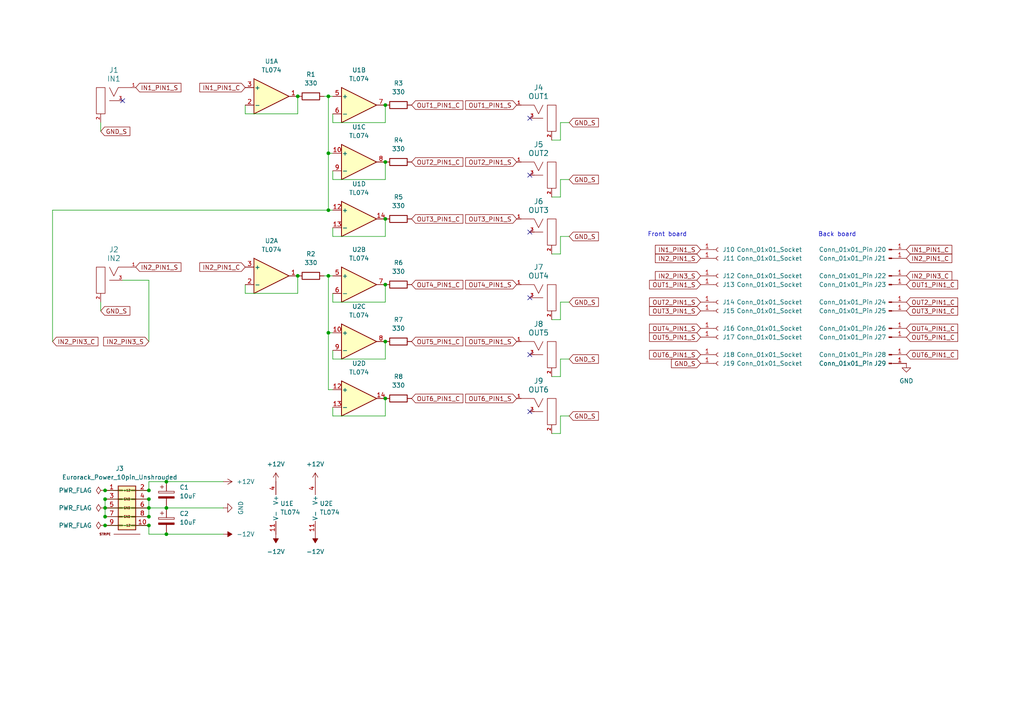
<source format=kicad_sch>
(kicad_sch (version 20231120) (generator "eeschema") (generator_version "8.0")
  (paper "A4")
  (lib_symbols
    (symbol "Amplifier_Operational:TL074" (pin_names (offset 0.127))
      (property "Reference" "U" (at 0 5.08 0))
      (property "Value" "TL074" (at 0 -5.08 0))
      (symbol "TL074_1_1"
        (polyline (pts (xy -5.08 5.08) (xy 5.08 0) (xy -5.08 -5.08) (xy -5.08 5.08)) (stroke (width 0.254)) (fill (type background)))
        (pin output line (at 7.62 0 180) (length 2.54) (name "~") (number "1"))
        (pin input line (at -7.62 -2.54 0) (length 2.54) (name "-") (number "2"))
        (pin input line (at -7.62 2.54 0) (length 2.54) (name "+") (number "3"))
      )
      (symbol "TL074_2_1"
        (polyline (pts (xy -5.08 5.08) (xy 5.08 0) (xy -5.08 -5.08) (xy -5.08 5.08)) (stroke (width 0.254)) (fill (type background)))
        (pin input line (at -7.62 2.54 0) (length 2.54) (name "+") (number "5"))
        (pin input line (at -7.62 -2.54 0) (length 2.54) (name "-") (number "6"))
        (pin output line (at 7.62 0 180) (length 2.54) (name "~") (number "7"))
      )
      (symbol "TL074_3_1"
        (polyline (pts (xy -5.08 5.08) (xy 5.08 0) (xy -5.08 -5.08) (xy -5.08 5.08)) (stroke (width 0.254)) (fill (type background)))
        (pin input line (at -7.62 2.54 0) (length 2.54) (name "+") (number "10"))
        (pin output line (at 7.62 0 180) (length 2.54) (name "~") (number "8"))
        (pin input line (at -7.62 -2.54 0) (length 2.54) (name "-") (number "9"))
      )
      (symbol "TL074_4_1"
        (polyline (pts (xy -5.08 5.08) (xy 5.08 0) (xy -5.08 -5.08) (xy -5.08 5.08)) (stroke (width 0.254)) (fill (type background)))
        (pin input line (at -7.62 2.54 0) (length 2.54) (name "+") (number "12"))
        (pin input line (at -7.62 -2.54 0) (length 2.54) (name "-") (number "13"))
        (pin output line (at 7.62 0 180) (length 2.54) (name "~") (number "14"))
      )
      (symbol "TL074_5_1"
        (pin power_in line (at -2.54 -7.62 90) (length 3.81) (name "V-") (number "11"))
        (pin power_in line (at -2.54 7.62 270) (length 3.81) (name "V+") (number "4"))
      )
    )
    (symbol "Connector:Conn_01x01_Pin" (pin_names (offset 1.016) hide)
      (property "Reference" "J" (at 0 2.54 0))
      (property "Value" "Conn_01x01_Pin" (at 0 -2.54 0))
      (symbol "Conn_01x01_Pin_1_1"
        (polyline (pts (xy 1.27 0) (xy 0.8636 0)) (stroke (width 0.1524)))
        (rectangle (start 0.8636 0.127) (end 0 -0.127) (stroke (width 0.1524)) (fill (type outline)))
        (pin passive line (at 5.08 0 180) (length 3.81) (name "Pin_1") (number "1"))
      )
    )
    (symbol "Connector:Conn_01x01_Socket" (pin_names (offset 1.016) hide)
      (property "Reference" "J" (at 0 2.54 0))
      (property "Value" "Conn_01x01_Socket" (at 0 -2.54 0))
      (symbol "Conn_01x01_Socket_1_1"
        (polyline (pts (xy -1.27 0) (xy -0.508 0)) (stroke (width 0.1524)))
        (arc (start 0 0.508) (mid -0.5058 0) (end 0 -0.508) (stroke (width 0.1524)))
        (pin passive line (at -5.08 0 0) (length 3.81) (name "Pin_1") (number "1"))
      )
    )
    (symbol "Device:C_Polarized" (pin_numbers hide) (pin_names (offset 0.254))
      (property "Reference" "C" (at 0.635 2.54 0))
      (property "Value" "C_Polarized" (at 0.635 -2.54 0))
      (symbol "C_Polarized_0_1"
        (rectangle (start -2.286 0.508) (end 2.286 1.016))
        (polyline (pts (xy -1.778 2.286) (xy -0.762 2.286)))
        (polyline (pts (xy -1.27 2.794) (xy -1.27 1.778)))
        (rectangle (start 2.286 -0.508) (end -2.286 -1.016) (fill (type outline)))
      )
      (symbol "C_Polarized_1_1"
        (pin passive line (at 0 3.81 270) (length 2.794) (name "~") (number "1"))
        (pin passive line (at 0 -3.81 90) (length 2.794) (name "~") (number "2"))
      )
    )
    (symbol "Device:R" (pin_numbers hide) (pin_names (offset 0))
      (property "Reference" "R" (at 2.032 0 90))
      (property "Value" "R" (at 0 0 90))
      (symbol "R_0_1"
        (rectangle (start -1.016 -2.54) (end 1.016 2.54) (stroke (width 0.254)))
      )
      (symbol "R_1_1"
        (pin passive line (at 0 3.81 270) (length 1.27) (name "~") (number "1"))
        (pin passive line (at 0 -3.81 90) (length 1.27) (name "~") (number "2"))
      )
    )
    (symbol "PCM_4ms_Connector:Eurorack_Power_10pin_Unshrouded" (pin_names (offset 0.0254) hide)
      (property "Reference" "J" (at 0 3.81 0))
      (property "Value" "Eurorack_Power_10pin_Unshrouded" (at 0 6.35 0))
      (symbol "Eurorack_Power_10pin_Unshrouded_0_0"
        (text "+12" (at 0 1.27 0) (effects (font (size 0.635 0.635))))
        (text "-12" (at 0 -8.89 0) (effects (font (size 0.635 0.635))))
        (text "GND" (at 0 -6.35 0) (effects (font (size 0.635 0.635))))
        (text "GND" (at 0 -3.81 0) (effects (font (size 0.635 0.635))))
        (text "GND" (at 0 -1.27 0) (effects (font (size 0.635 0.635))))
        (text "STRIPE" (at -6.35 -11.43 0) (effects (font (size 0.635 0.635))))
      )
      (symbol "Eurorack_Power_10pin_Unshrouded_0_1"
        (rectangle (start -2.54 -10.16) (end 2.54 2.54) (stroke (width 0.254)) (fill (type background)))
        (rectangle (start -2.54 -8.763) (end -1.27 -9.017))
        (rectangle (start -2.54 -6.223) (end -1.27 -6.477))
        (rectangle (start -2.54 -3.683) (end -1.27 -3.937))
        (rectangle (start -2.54 -1.143) (end -1.27 -1.397))
        (rectangle (start -2.54 1.397) (end -1.27 1.143))
        (polyline (pts (xy -3.81 -11.43) (xy 3.81 -11.43) (xy 1.27 -11.43)))
        (rectangle (start 1.27 -8.763) (end 2.54 -9.017))
        (rectangle (start 1.27 -6.223) (end 2.54 -6.477))
        (rectangle (start 1.27 -3.683) (end 2.54 -3.937))
        (rectangle (start 1.27 -1.143) (end 2.54 -1.397))
        (rectangle (start 1.27 1.397) (end 2.54 1.143))
      )
      (symbol "Eurorack_Power_10pin_Unshrouded_1_1"
        (pin passive line (at -6.35 1.27 0) (length 3.81) (name "+12V") (number "1"))
        (pin passive line (at 6.35 -8.89 180) (length 3.81) (name "-12V") (number "10"))
        (pin passive line (at 6.35 1.27 180) (length 3.81) (name "+12V") (number "2"))
        (pin passive line (at -6.35 -1.27 0) (length 3.81) (name "GND") (number "3"))
        (pin passive line (at 6.35 -1.27 180) (length 3.81) (name "GND") (number "4"))
        (pin passive line (at -6.35 -3.81 0) (length 3.81) (name "GND") (number "5"))
        (pin passive line (at 6.35 -3.81 180) (length 3.81) (name "GND") (number "6"))
        (pin passive line (at -6.35 -6.35 0) (length 3.81) (name "GND") (number "7"))
        (pin passive line (at 6.35 -6.35 180) (length 3.81) (name "GND") (number "8"))
        (pin passive line (at -6.35 -8.89 0) (length 3.81) (name "-12V") (number "9"))
      )
    )
    (symbol "PCM_4ms_Jack:3.5mm_Mono_Switched_sm" (pin_names (offset 0) hide)
      (property "Reference" "J" (at -7.62 8.89 0))
      (property "Value" "3.5mm_Mono_Switched_sm" (at 6.35 6.604 0))
      (symbol "3.5mm_Mono_Switched_sm_0_0"
        (rectangle (start -6.35 5.08) (end -3.81 -2.54))
        (polyline (pts (xy -2.54 1.27) (xy 0 1.27)))
        (polyline (pts (xy -2.54 5.08) (xy -1.27 2.54) (xy 0 5.08) (xy 3.81 5.08)))
      )
      (symbol "3.5mm_Mono_Switched_sm_1_1"
        (pin passive line (at 5.08 5.08 180) (length 1.27) (name "SIG") (number "1"))
        (pin passive line (at -5.08 -5.08 90) (length 2.54) (name "SHEILD") (number "2"))
        (pin passive line (at 1.27 1.27 180) (length 1.27) (name "SW") (number "3"))
      )
    )
    (symbol "power:+12V" (power) (pin_numbers hide) (pin_names (offset 0) hide)
      (property "Value" "+12V" (at 0 3.556 0))
      (symbol "+12V_0_1"
        (polyline (pts (xy -0.762 1.27) (xy 0 2.54)))
        (polyline (pts (xy 0 0) (xy 0 2.54)))
        (polyline (pts (xy 0 2.54) (xy 0.762 1.27)))
      )
      (symbol "+12V_1_1"
        (pin power_in line (at 0 0 90) (length 0) (name "~") (number "1"))
      )
    )
    (symbol "power:-12V" (power) (pin_numbers hide) (pin_names (offset 0) hide)
      (property "Value" "-12V" (at 0 3.556 0))
      (symbol "-12V_0_0"
        (pin power_in line (at 0 0 90) (length 0) (name "~") (number "1"))
      )
      (symbol "-12V_0_1"
        (polyline (pts (xy 0 0) (xy 0 1.27) (xy 0.762 1.27) (xy 0 2.54) (xy -0.762 1.27) (xy 0 1.27)) (fill (type outline)))
      )
    )
    (symbol "power:GND" (power) (pin_numbers hide) (pin_names (offset 0) hide)
      (property "Value" "GND" (at 0 -3.81 0))
      (symbol "GND_0_1"
        (polyline (pts (xy 0 0) (xy 0 -1.27) (xy 1.27 -1.27) (xy 0 -2.54) (xy -1.27 -1.27) (xy 0 -1.27)))
      )
      (symbol "GND_1_1"
        (pin power_in line (at 0 0 270) (length 0) (name "~") (number "1"))
      )
    )
    (symbol "power:PWR_FLAG" (power) (pin_numbers hide) (pin_names (offset 0) hide)
      (property "Value" "PWR_FLAG" (at 0 3.81 0))
      (symbol "PWR_FLAG_0_0"
        (pin power_out line (at 0 0 90) (length 0) (name "~") (number "1"))
      )
      (symbol "PWR_FLAG_0_1"
        (polyline (pts (xy 0 0) (xy 0 1.27) (xy -1.016 1.905) (xy 0 2.54) (xy 1.016 1.905) (xy 0 1.27)))
      )
    )
  )
  (junction (at 43.18 144.78))
  (junction (at 43.18 149.86))
  (junction (at 30.48 142.24))
  (junction (at 111.76 46.99))
  (junction (at 30.48 147.32))
  (junction (at 95.25 27.94))
  (junction (at 95.25 44.45))
  (junction (at 48.26 147.32))
  (junction (at 111.76 82.55))
  (junction (at 48.26 154.94))
  (junction (at 48.26 139.7))
  (junction (at 86.36 80.01))
  (junction (at 86.36 27.94))
  (junction (at 95.25 96.52))
  (junction (at 30.48 152.4))
  (junction (at 30.48 149.86))
  (junction (at 43.18 152.4))
  (junction (at 43.18 142.24))
  (junction (at 111.76 99.06))
  (junction (at 111.76 63.5))
  (junction (at 111.76 115.57))
  (junction (at 95.25 80.01))
  (junction (at 43.18 147.32))
  (junction (at 95.25 60.96))
  (junction (at 30.48 144.78))
  (junction (at 111.76 30.48))
  (no_connect (at 153.67 86.36))
  (no_connect (at 35.56 29.21))
  (no_connect (at 153.67 50.8))
  (no_connect (at 153.67 102.87))
  (no_connect (at 153.67 34.29))
  (no_connect (at 153.67 119.38))
  (no_connect (at 153.67 67.31))
  (wire (pts (xy 96.52 104.14) (xy 111.76 104.14)))
  (wire (pts (xy 43.18 144.78) (xy 43.18 147.32)))
  (wire (pts (xy 29.21 90.17) (xy 29.21 87.63)))
  (wire (pts (xy 96.52 85.09) (xy 96.52 87.63)))
  (wire (pts (xy 71.12 85.09) (xy 86.36 85.09)))
  (wire (pts (xy 111.76 87.63) (xy 111.76 82.55)))
  (wire (pts (xy 96.52 120.65) (xy 111.76 120.65)))
  (wire (pts (xy 43.18 152.4) (xy 43.18 154.94)))
  (wire (pts (xy 160.02 125.73) (xy 162.56 125.73)))
  (wire (pts (xy 96.52 118.11) (xy 96.52 120.65)))
  (wire (pts (xy 111.76 35.56) (xy 111.76 30.48)))
  (wire (pts (xy 162.56 57.15) (xy 162.56 52.07)))
  (wire (pts (xy 160.02 109.22) (xy 162.56 109.22)))
  (wire (pts (xy 15.24 60.96) (xy 15.24 99.06)))
  (wire (pts (xy 162.56 120.65) (xy 165.1 120.65)))
  (wire (pts (xy 96.52 80.01) (xy 95.25 80.01)))
  (wire (pts (xy 162.56 87.63) (xy 165.1 87.63)))
  (wire (pts (xy 95.25 60.96) (xy 96.52 60.96)))
  (wire (pts (xy 160.02 57.15) (xy 162.56 57.15)))
  (wire (pts (xy 162.56 35.56) (xy 165.1 35.56)))
  (wire (pts (xy 95.25 44.45) (xy 95.25 60.96)))
  (wire (pts (xy 160.02 92.71) (xy 162.56 92.71)))
  (wire (pts (xy 71.12 82.55) (xy 71.12 85.09)))
  (wire (pts (xy 111.76 104.14) (xy 111.76 99.06)))
  (wire (pts (xy 48.26 147.32) (xy 64.77 147.32)))
  (wire (pts (xy 162.56 73.66) (xy 162.56 68.58)))
  (wire (pts (xy 162.56 109.22) (xy 162.56 104.14)))
  (wire (pts (xy 111.76 120.65) (xy 111.76 115.57)))
  (wire (pts (xy 96.52 27.94) (xy 95.25 27.94)))
  (wire (pts (xy 30.48 147.32) (xy 43.18 147.32)))
  (wire (pts (xy 95.25 96.52) (xy 96.52 96.52)))
  (wire (pts (xy 30.48 149.86) (xy 43.18 149.86)))
  (wire (pts (xy 30.48 142.24) (xy 43.18 142.24)))
  (wire (pts (xy 86.36 85.09) (xy 86.36 80.01)))
  (wire (pts (xy 162.56 40.64) (xy 162.56 35.56)))
  (wire (pts (xy 30.48 144.78) (xy 30.48 147.32)))
  (wire (pts (xy 86.36 33.02) (xy 86.36 27.94)))
  (wire (pts (xy 43.18 142.24) (xy 43.18 139.7)))
  (wire (pts (xy 30.48 144.78) (xy 43.18 144.78)))
  (wire (pts (xy 48.26 154.94) (xy 64.77 154.94)))
  (wire (pts (xy 160.02 40.64) (xy 162.56 40.64)))
  (wire (pts (xy 48.26 139.7) (xy 64.77 139.7)))
  (wire (pts (xy 30.48 147.32) (xy 30.48 149.86)))
  (wire (pts (xy 43.18 139.7) (xy 48.26 139.7)))
  (wire (pts (xy 43.18 147.32) (xy 43.18 149.86)))
  (wire (pts (xy 162.56 52.07) (xy 165.1 52.07)))
  (wire (pts (xy 162.56 125.73) (xy 162.56 120.65)))
  (wire (pts (xy 162.56 92.71) (xy 162.56 87.63)))
  (wire (pts (xy 29.21 38.1) (xy 29.21 35.56)))
  (wire (pts (xy 95.25 80.01) (xy 93.98 80.01)))
  (wire (pts (xy 162.56 68.58) (xy 165.1 68.58)))
  (wire (pts (xy 96.52 68.58) (xy 111.76 68.58)))
  (wire (pts (xy 71.12 30.48) (xy 71.12 33.02)))
  (wire (pts (xy 95.25 27.94) (xy 95.25 44.45)))
  (wire (pts (xy 43.18 154.94) (xy 48.26 154.94)))
  (wire (pts (xy 111.76 68.58) (xy 111.76 63.5)))
  (wire (pts (xy 96.52 52.07) (xy 111.76 52.07)))
  (wire (pts (xy 15.24 60.96) (xy 95.25 60.96)))
  (wire (pts (xy 96.52 87.63) (xy 111.76 87.63)))
  (wire (pts (xy 95.25 113.03) (xy 96.52 113.03)))
  (wire (pts (xy 43.18 99.06) (xy 43.18 81.28)))
  (wire (pts (xy 95.25 80.01) (xy 95.25 96.52)))
  (wire (pts (xy 95.25 44.45) (xy 96.52 44.45)))
  (wire (pts (xy 43.18 147.32) (xy 48.26 147.32)))
  (wire (pts (xy 111.76 52.07) (xy 111.76 46.99)))
  (wire (pts (xy 43.18 81.28) (xy 35.56 81.28)))
  (wire (pts (xy 160.02 73.66) (xy 162.56 73.66)))
  (wire (pts (xy 95.25 96.52) (xy 95.25 113.03)))
  (wire (pts (xy 96.52 66.04) (xy 96.52 68.58)))
  (wire (pts (xy 96.52 101.6) (xy 96.52 104.14)))
  (wire (pts (xy 95.25 27.94) (xy 93.98 27.94)))
  (wire (pts (xy 96.52 49.53) (xy 96.52 52.07)))
  (wire (pts (xy 96.52 33.02) (xy 96.52 35.56)))
  (wire (pts (xy 162.56 104.14) (xy 165.1 104.14)))
  (wire (pts (xy 96.52 35.56) (xy 111.76 35.56)))
  (wire (pts (xy 71.12 33.02) (xy 86.36 33.02)))
  (wire (pts (xy 30.48 152.4) (xy 43.18 152.4)))
  (text "Back board" (at 242.824 68.072 0) (effects (font (size 1.27 1.27))))
  (text "Front board" (at 193.548 68.072 0) (effects (font (size 1.27 1.27))))
  (global_label "OUT2_PIN1_S" (shape input) (at 203.2 87.63 180) (property "Intersheetrefs" "${INTERSHEET_REFS}" (effects (hide yes))))
  (global_label "OUT6_PIN1_C" (shape input) (at 262.89 102.87 0) (property "Intersheetrefs" "${INTERSHEET_REFS}" (effects (hide yes))))
  (global_label "IN2_PIN3_S" (shape input) (at 43.18 99.06 180) (property "Intersheetrefs" "${INTERSHEET_REFS}" (effects (hide yes))))
  (global_label "IN1_PIN1_C" (shape input) (at 262.89 72.39 0) (property "Intersheetrefs" "${INTERSHEET_REFS}" (effects (hide yes))))
  (global_label "OUT2_PIN1_C" (shape input) (at 262.89 87.63 0) (property "Intersheetrefs" "${INTERSHEET_REFS}" (effects (hide yes))))
  (global_label "OUT4_PIN1_S" (shape input) (at 149.86 82.55 180) (property "Intersheetrefs" "${INTERSHEET_REFS}" (effects (hide yes))))
  (global_label "OUT5_PIN1_S" (shape input) (at 203.2 97.79 180) (property "Intersheetrefs" "${INTERSHEET_REFS}" (effects (hide yes))))
  (global_label "OUT1_PIN1_S" (shape input) (at 149.86 30.48 180) (property "Intersheetrefs" "${INTERSHEET_REFS}" (effects (hide yes))))
  (global_label "OUT3_PIN1_C" (shape input) (at 119.38 63.5 0) (property "Intersheetrefs" "${INTERSHEET_REFS}" (effects (hide yes))))
  (global_label "GND_S" (shape input) (at 165.1 35.56 0) (property "Intersheetrefs" "${INTERSHEET_REFS}" (effects (hide yes))))
  (global_label "IN2_PIN1_C" (shape input) (at 71.12 77.47 180) (property "Intersheetrefs" "${INTERSHEET_REFS}" (effects (hide yes))))
  (global_label "OUT3_PIN1_S" (shape input) (at 203.2 90.17 180) (property "Intersheetrefs" "${INTERSHEET_REFS}" (effects (hide yes))))
  (global_label "GND_S" (shape input) (at 165.1 52.07 0) (property "Intersheetrefs" "${INTERSHEET_REFS}" (effects (hide yes))))
  (global_label "OUT1_PIN1_C" (shape input) (at 119.38 30.48 0) (property "Intersheetrefs" "${INTERSHEET_REFS}" (effects (hide yes))))
  (global_label "OUT1_PIN1_S" (shape input) (at 203.2 82.55 180) (property "Intersheetrefs" "${INTERSHEET_REFS}" (effects (hide yes))))
  (global_label "GND_S" (shape input) (at 29.21 38.1 0) (property "Intersheetrefs" "${INTERSHEET_REFS}" (effects (hide yes))))
  (global_label "GND_S" (shape input) (at 165.1 87.63 0) (property "Intersheetrefs" "${INTERSHEET_REFS}" (effects (hide yes))))
  (global_label "IN2_PIN1_S" (shape input) (at 203.2 74.93 180) (property "Intersheetrefs" "${INTERSHEET_REFS}" (effects (hide yes))))
  (global_label "GND_S" (shape input) (at 203.2 105.41 180) (property "Intersheetrefs" "${INTERSHEET_REFS}" (effects (hide yes))))
  (global_label "IN2_PIN3_S" (shape input) (at 203.2 80.01 180) (property "Intersheetrefs" "${INTERSHEET_REFS}" (effects (hide yes))))
  (global_label "OUT6_PIN1_S" (shape input) (at 149.86 115.57 180) (property "Intersheetrefs" "${INTERSHEET_REFS}" (effects (hide yes))))
  (global_label "GND_S" (shape input) (at 29.21 90.17 0) (property "Intersheetrefs" "${INTERSHEET_REFS}" (effects (hide yes))))
  (global_label "OUT4_PIN1_S" (shape input) (at 203.2 95.25 180) (property "Intersheetrefs" "${INTERSHEET_REFS}" (effects (hide yes))))
  (global_label "OUT1_PIN1_C" (shape input) (at 262.89 82.55 0) (property "Intersheetrefs" "${INTERSHEET_REFS}" (effects (hide yes))))
  (global_label "OUT3_PIN1_C" (shape input) (at 262.89 90.17 0) (property "Intersheetrefs" "${INTERSHEET_REFS}" (effects (hide yes))))
  (global_label "IN2_PIN3_C" (shape input) (at 262.89 80.01 0) (property "Intersheetrefs" "${INTERSHEET_REFS}" (effects (hide yes))))
  (global_label "IN2_PIN1_S" (shape input) (at 39.37 77.47 0) (property "Intersheetrefs" "${INTERSHEET_REFS}" (effects (hide yes))))
  (global_label "OUT2_PIN1_C" (shape input) (at 119.38 46.99 0) (property "Intersheetrefs" "${INTERSHEET_REFS}" (effects (hide yes))))
  (global_label "OUT4_PIN1_C" (shape input) (at 262.89 95.25 0) (property "Intersheetrefs" "${INTERSHEET_REFS}" (effects (hide yes))))
  (global_label "GND_S" (shape input) (at 165.1 68.58 0) (property "Intersheetrefs" "${INTERSHEET_REFS}" (effects (hide yes))))
  (global_label "IN1_PIN1_S" (shape input) (at 39.37 25.4 0) (property "Intersheetrefs" "${INTERSHEET_REFS}" (effects (hide yes))))
  (global_label "OUT5_PIN1_C" (shape input) (at 262.89 97.79 0) (property "Intersheetrefs" "${INTERSHEET_REFS}" (effects (hide yes))))
  (global_label "OUT6_PIN1_S" (shape input) (at 203.2 102.87 180) (property "Intersheetrefs" "${INTERSHEET_REFS}" (effects (hide yes))))
  (global_label "OUT2_PIN1_S" (shape input) (at 149.86 46.99 180) (property "Intersheetrefs" "${INTERSHEET_REFS}" (effects (hide yes))))
  (global_label "IN1_PIN1_S" (shape input) (at 203.2 72.39 180) (property "Intersheetrefs" "${INTERSHEET_REFS}" (effects (hide yes))))
  (global_label "GND_S" (shape input) (at 165.1 120.65 0) (property "Intersheetrefs" "${INTERSHEET_REFS}" (effects (hide yes))))
  (global_label "IN1_PIN1_C" (shape input) (at 71.12 25.4 180) (property "Intersheetrefs" "${INTERSHEET_REFS}" (effects (hide yes))))
  (global_label "IN2_PIN3_C" (shape input) (at 15.24 99.06 0) (property "Intersheetrefs" "${INTERSHEET_REFS}" (effects (hide yes))))
  (global_label "OUT6_PIN1_C" (shape input) (at 119.38 115.57 0) (property "Intersheetrefs" "${INTERSHEET_REFS}" (effects (hide yes))))
  (global_label "OUT5_PIN1_S" (shape input) (at 149.86 99.06 180) (property "Intersheetrefs" "${INTERSHEET_REFS}" (effects (hide yes))))
  (global_label "GND_S" (shape input) (at 165.1 104.14 0) (property "Intersheetrefs" "${INTERSHEET_REFS}" (effects (hide yes))))
  (global_label "IN2_PIN1_C" (shape input) (at 262.89 74.93 0) (property "Intersheetrefs" "${INTERSHEET_REFS}" (effects (hide yes))))
  (global_label "OUT5_PIN1_C" (shape input) (at 119.38 99.06 0) (property "Intersheetrefs" "${INTERSHEET_REFS}" (effects (hide yes))))
  (global_label "OUT4_PIN1_C" (shape input) (at 119.38 82.55 0) (property "Intersheetrefs" "${INTERSHEET_REFS}" (effects (hide yes))))
  (global_label "OUT3_PIN1_S" (shape input) (at 149.86 63.5 180) (property "Intersheetrefs" "${INTERSHEET_REFS}" (effects (hide yes))))
  (symbol (lib_id "power:+12V") (at 91.44 139.7 0) (unit 1)
    (property "Reference" "#PWR06" (effects (hide yes)))
    (property "Value" "+12V" (at 91.44 134.62 0))
    (property "Description" "Power symbol creates a global label with name \"+12V\"" (effects (hide yes)))
  )
  (symbol (lib_id "Amplifier_Operational:TL074") (at 104.14 82.55 0) (unit 2)
    (property "Reference" "U2" (at 104.14 72.39 0))
    (property "Value" "TL074" (at 104.14 74.93 0))
    (property "Footprint" "Package_DIP:DIP-14_W7.62mm_Socket" (effects (hide yes)))
    (property "Datasheet" "http://www.ti.com/lit/ds/symlink/tl071.pdf" (effects (hide yes)))
    (property "Description" "Quad Low-Noise JFET-Input Operational Amplifiers, DIP-14/SOIC-14" (effects (hide yes)))
  )
  (symbol (lib_id "Amplifier_Operational:TL074") (at 104.14 115.57 0) (unit 4)
    (property "Reference" "U2" (at 104.14 105.41 0))
    (property "Value" "TL074" (at 104.14 107.95 0))
    (property "Footprint" "Package_DIP:DIP-14_W7.62mm_Socket" (effects (hide yes)))
    (property "Datasheet" "http://www.ti.com/lit/ds/symlink/tl071.pdf" (effects (hide yes)))
    (property "Description" "Quad Low-Noise JFET-Input Operational Amplifiers, DIP-14/SOIC-14" (effects (hide yes)))
  )
  (symbol (lib_id "power:+12V") (at 64.77 139.7 270) (unit 1)
    (property "Reference" "#PWR01" (effects (hide yes)))
    (property "Value" "+12V" (at 68.58 139.6999 90) (effects (justify left)))
    (property "Description" "Power symbol creates a global label with name \"+12V\"" (effects (hide yes)))
  )
  (symbol (lib_id "power:-12V") (at 64.77 154.94 270) (unit 1)
    (property "Reference" "#PWR03" (effects (hide yes)))
    (property "Value" "-12V" (at 68.58 154.9399 90) (effects (justify left)))
    (property "Description" "Power symbol creates a global label with name \"-12V\"" (effects (hide yes)))
  )
  (symbol (lib_id "Amplifier_Operational:TL074") (at 104.14 99.06 0) (unit 3)
    (property "Reference" "U2" (at 104.14 88.9 0))
    (property "Value" "TL074" (at 104.14 91.44 0))
    (property "Footprint" "Package_DIP:DIP-14_W7.62mm_Socket" (effects (hide yes)))
    (property "Datasheet" "http://www.ti.com/lit/ds/symlink/tl071.pdf" (effects (hide yes)))
    (property "Description" "Quad Low-Noise JFET-Input Operational Amplifiers, DIP-14/SOIC-14" (effects (hide yes)))
  )
  (symbol (lib_id "power:GND") (at 262.89 105.41 0) (unit 1)
    (property "Reference" "#PWR08" (effects (hide yes)))
    (property "Value" "GND" (at 262.89 110.49 0))
    (property "Description" "Power symbol creates a global label with name \"GND\" , ground" (effects (hide yes)))
  )
  (symbol (lib_id "Device:R") (at 90.17 80.01 90) (unit 1)
    (property "Reference" "R2" (at 90.17 73.66 90))
    (property "Value" "330" (at 90.17 76.2 90))
    (property "Footprint" "Resistor_THT:R_Axial_DIN0207_L6.3mm_D2.5mm_P7.62mm_Horizontal" (effects (hide yes)))
    (property "Description" "Resistor" (effects (hide yes)))
  )
  (symbol (lib_id "power:PWR_FLAG") (at 30.48 152.4 90) (unit 1)
    (property "Reference" "#FLG03" (effects (hide yes)))
    (property "Value" "PWR_FLAG" (at 26.67 152.3999 90) (effects (justify left)))
    (property "Description" "Special symbol for telling ERC where power comes from" (effects (hide yes)))
  )
  (symbol (lib_id "Connector:Conn_01x01_Pin") (at 257.81 72.39 0) (mirror x) (unit 1)
    (property "Reference" "J20" (at 255.27 72.39 0))
    (property "Value" "Conn_01x01_Pin" (at 245.364 72.39 0))
    (property "Footprint" "Connector_PinHeader_2.54mm:PinHeader_1x01_P2.54mm_Vertical" (effects (hide yes)))
    (property "Description" "Generic connector, single row, 01x01, script generated" (effects (hide yes)))
    (property "Silkscreen Value" "P" (effects (hide yes)))
  )
  (symbol (lib_id "Device:R") (at 115.57 46.99 90) (unit 1)
    (property "Reference" "R4" (at 115.57 40.64 90))
    (property "Value" "330" (at 115.57 43.18 90))
    (property "Footprint" "Resistor_THT:R_Axial_DIN0207_L6.3mm_D2.5mm_P7.62mm_Horizontal" (effects (hide yes)))
    (property "Description" "Resistor" (effects (hide yes)))
  )
  (symbol (lib_id "Amplifier_Operational:TL074") (at 104.14 30.48 0) (unit 2)
    (property "Reference" "U1" (at 104.14 20.32 0))
    (property "Value" "TL074" (at 104.14 22.86 0))
    (property "Footprint" "Package_DIP:DIP-14_W7.62mm_Socket" (effects (hide yes)))
    (property "Datasheet" "http://www.ti.com/lit/ds/symlink/tl071.pdf" (effects (hide yes)))
    (property "Description" "Quad Low-Noise JFET-Input Operational Amplifiers, DIP-14/SOIC-14" (effects (hide yes)))
  )
  (symbol (lib_id "Amplifier_Operational:TL074") (at 104.14 46.99 0) (unit 3)
    (property "Reference" "U1" (at 104.14 36.83 0))
    (property "Value" "TL074" (at 104.14 39.37 0))
    (property "Footprint" "Package_DIP:DIP-14_W7.62mm_Socket" (effects (hide yes)))
    (property "Datasheet" "http://www.ti.com/lit/ds/symlink/tl071.pdf" (effects (hide yes)))
    (property "Description" "Quad Low-Noise JFET-Input Operational Amplifiers, DIP-14/SOIC-14" (effects (hide yes)))
  )
  (symbol (lib_id "PCM_4ms_Jack:3.5mm_Mono_Switched_sm") (at 154.94 120.65 0) (mirror y) (unit 1)
    (property "Reference" "J9" (at 156.21 110.49 0) (effects (font (size 1.524 1.524))))
    (property "Value" "OUT6" (at 156.21 113.03 0) (effects (font (size 1.524 1.524))))
    (property "Footprint" "Library:EighthInch_PJ398SM_3mmNPTH" (effects (hide yes)))
    (property "Description" "Audio 3.5mm Jack, mono, switched, PC-pin Vertical" (effects (hide yes)))
    (property "Specifications" "Audio 3.5mm Jack, mono, switched, PC-pin Vertical" (effects (hide yes)))
    (property "Manufacturer" "Wenzhou QingPu Electronics Co" (effects (hide yes)))
    (property "Part Number" "WQP-WQP518MA" (effects (hide yes)))
  )
  (symbol (lib_id "power:PWR_FLAG") (at 30.48 142.24 90) (unit 1)
    (property "Reference" "#FLG01" (effects (hide yes)))
    (property "Value" "PWR_FLAG" (at 26.67 142.2399 90) (effects (justify left)))
    (property "Description" "Special symbol for telling ERC where power comes from" (effects (hide yes)))
  )
  (symbol (lib_id "Connector:Conn_01x01_Socket") (at 208.28 82.55 0) (unit 1)
    (property "Reference" "J13" (at 209.55 82.5499 0) (effects (justify left)))
    (property "Value" "Conn_01x01_Socket" (at 213.614 82.55 0) (effects (justify left)))
    (property "Footprint" "Connector_PinSocket_2.54mm:PinSocket_1x01_P2.54mm_Vertical" (effects (hide yes)))
    (property "Description" "Generic connector, single row, 01x01, script generated" (effects (hide yes)))
    (property "Silkscreen Value" "S" (effects (hide yes)))
  )
  (symbol (lib_id "Connector:Conn_01x01_Socket") (at 208.28 72.39 0) (unit 1)
    (property "Reference" "J10" (at 209.55 72.3899 0) (effects (justify left)))
    (property "Value" "Conn_01x01_Socket" (at 213.614 72.39 0) (effects (justify left)))
    (property "Footprint" "Connector_PinSocket_2.54mm:PinSocket_1x01_P2.54mm_Vertical" (effects (hide yes)))
    (property "Description" "Generic connector, single row, 01x01, script generated" (effects (hide yes)))
    (property "Silkscreen Value" "S" (effects (hide yes)))
  )
  (symbol (lib_id "Device:C_Polarized") (at 48.26 143.51 0) (unit 1)
    (property "Reference" "C1" (at 52.07 141.3509 0) (effects (justify left)))
    (property "Value" "10uF" (at 52.07 143.8909 0) (effects (justify left)))
    (property "Footprint" "Capacitor_THT:CP_Radial_D4.0mm_P2.00mm" (effects (hide yes)))
    (property "Description" "Polarized capacitor" (effects (hide yes)))
    (property "Silkscreen Value" "10uF▲" (effects (hide yes)))
  )
  (symbol (lib_id "PCM_4ms_Jack:3.5mm_Mono_Switched_sm") (at 154.94 52.07 0) (mirror y) (unit 1)
    (property "Reference" "J5" (at 156.21 41.91 0) (effects (font (size 1.524 1.524))))
    (property "Value" "OUT2" (at 156.21 44.45 0) (effects (font (size 1.524 1.524))))
    (property "Footprint" "Library:EighthInch_PJ398SM_3mmNPTH" (effects (hide yes)))
    (property "Description" "Audio 3.5mm Jack, mono, switched, PC-pin Vertical" (effects (hide yes)))
    (property "Specifications" "Audio 3.5mm Jack, mono, switched, PC-pin Vertical" (effects (hide yes)))
    (property "Manufacturer" "Wenzhou QingPu Electronics Co" (effects (hide yes)))
    (property "Part Number" "WQP-WQP518MA" (effects (hide yes)))
  )
  (symbol (lib_id "Amplifier_Operational:TL074") (at 104.14 63.5 0) (unit 4)
    (property "Reference" "U1" (at 104.14 53.34 0))
    (property "Value" "TL074" (at 104.14 55.88 0))
    (property "Footprint" "Package_DIP:DIP-14_W7.62mm_Socket" (effects (hide yes)))
    (property "Datasheet" "http://www.ti.com/lit/ds/symlink/tl071.pdf" (effects (hide yes)))
    (property "Description" "Quad Low-Noise JFET-Input Operational Amplifiers, DIP-14/SOIC-14" (effects (hide yes)))
  )
  (symbol (lib_id "Amplifier_Operational:TL074") (at 82.55 147.32 0) (unit 5)
    (property "Reference" "U1" (at 81.28 146.0499 0) (effects (justify left)))
    (property "Value" "TL074" (at 81.28 148.5899 0) (effects (justify left)))
    (property "Footprint" "Package_DIP:DIP-14_W7.62mm_Socket" (effects (hide yes)))
    (property "Datasheet" "http://www.ti.com/lit/ds/symlink/tl071.pdf" (effects (hide yes)))
    (property "Description" "Quad Low-Noise JFET-Input Operational Amplifiers, DIP-14/SOIC-14" (effects (hide yes)))
  )
  (symbol (lib_id "Device:R") (at 115.57 99.06 90) (unit 1)
    (property "Reference" "R7" (at 115.57 92.71 90))
    (property "Value" "330" (at 115.57 95.25 90))
    (property "Footprint" "Resistor_THT:R_Axial_DIN0207_L6.3mm_D2.5mm_P7.62mm_Horizontal" (effects (hide yes)))
    (property "Description" "Resistor" (effects (hide yes)))
  )
  (symbol (lib_id "Device:R") (at 115.57 115.57 90) (unit 1)
    (property "Reference" "R8" (at 115.57 109.22 90))
    (property "Value" "330" (at 115.57 111.76 90))
    (property "Footprint" "Resistor_THT:R_Axial_DIN0207_L6.3mm_D2.5mm_P7.62mm_Horizontal" (effects (hide yes)))
    (property "Description" "Resistor" (effects (hide yes)))
  )
  (symbol (lib_id "power:-12V") (at 80.01 154.94 180) (unit 1)
    (property "Reference" "#PWR05" (effects (hide yes)))
    (property "Value" "-12V" (at 80.01 160.02 0))
    (property "Description" "Power symbol creates a global label with name \"-12V\"" (effects (hide yes)))
  )
  (symbol (lib_id "Connector:Conn_01x01_Socket") (at 208.28 102.87 0) (unit 1)
    (property "Reference" "J18" (at 209.55 102.8699 0) (effects (justify left)))
    (property "Value" "Conn_01x01_Socket" (at 213.614 102.87 0) (effects (justify left)))
    (property "Footprint" "Connector_PinSocket_2.54mm:PinSocket_1x01_P2.54mm_Vertical" (effects (hide yes)))
    (property "Description" "Generic connector, single row, 01x01, script generated" (effects (hide yes)))
    (property "Silkscreen Value" "S" (effects (hide yes)))
  )
  (symbol (lib_id "Connector:Conn_01x01_Pin") (at 257.81 74.93 0) (mirror x) (unit 1)
    (property "Reference" "J21" (at 255.27 74.93 0))
    (property "Value" "Conn_01x01_Pin" (at 245.364 74.93 0))
    (property "Footprint" "Connector_PinHeader_2.54mm:PinHeader_1x01_P2.54mm_Vertical" (effects (hide yes)))
    (property "Description" "Generic connector, single row, 01x01, script generated" (effects (hide yes)))
    (property "Silkscreen Value" "P" (effects (hide yes)))
  )
  (symbol (lib_id "Connector:Conn_01x01_Pin") (at 257.81 90.17 0) (mirror x) (unit 1)
    (property "Reference" "J25" (at 255.27 90.17 0))
    (property "Value" "Conn_01x01_Pin" (at 245.364 90.17 0))
    (property "Footprint" "Connector_PinHeader_2.54mm:PinHeader_1x01_P2.54mm_Vertical" (effects (hide yes)))
    (property "Description" "Generic connector, single row, 01x01, script generated" (effects (hide yes)))
    (property "Silkscreen Value" "P" (effects (hide yes)))
  )
  (symbol (lib_id "Amplifier_Operational:TL074") (at 78.74 80.01 0) (unit 1)
    (property "Reference" "U2" (at 78.74 69.85 0))
    (property "Value" "TL074" (at 78.74 72.39 0))
    (property "Footprint" "Package_DIP:DIP-14_W7.62mm_Socket" (effects (hide yes)))
    (property "Datasheet" "http://www.ti.com/lit/ds/symlink/tl071.pdf" (effects (hide yes)))
    (property "Description" "Quad Low-Noise JFET-Input Operational Amplifiers, DIP-14/SOIC-14" (effects (hide yes)))
  )
  (symbol (lib_id "Connector:Conn_01x01_Socket") (at 208.28 80.01 0) (unit 1)
    (property "Reference" "J12" (at 209.55 80.0099 0) (effects (justify left)))
    (property "Value" "Conn_01x01_Socket" (at 213.614 80.01 0) (effects (justify left)))
    (property "Footprint" "Connector_PinSocket_2.54mm:PinSocket_1x01_P2.54mm_Vertical" (effects (hide yes)))
    (property "Description" "Generic connector, single row, 01x01, script generated" (effects (hide yes)))
    (property "Silkscreen Value" "S" (effects (hide yes)))
  )
  (symbol (lib_id "Connector:Conn_01x01_Pin") (at 257.81 80.01 0) (mirror x) (unit 1)
    (property "Reference" "J22" (at 255.27 80.01 0))
    (property "Value" "Conn_01x01_Pin" (at 245.364 80.01 0))
    (property "Footprint" "Connector_PinHeader_2.54mm:PinHeader_1x01_P2.54mm_Vertical" (effects (hide yes)))
    (property "Description" "Generic connector, single row, 01x01, script generated" (effects (hide yes)))
    (property "Silkscreen Value" "P" (effects (hide yes)))
  )
  (symbol (lib_id "Connector:Conn_01x01_Socket") (at 208.28 90.17 0) (unit 1)
    (property "Reference" "J15" (at 209.55 90.1699 0) (effects (justify left)))
    (property "Value" "Conn_01x01_Socket" (at 213.614 90.17 0) (effects (justify left)))
    (property "Footprint" "Connector_PinSocket_2.54mm:PinSocket_1x01_P2.54mm_Vertical" (effects (hide yes)))
    (property "Description" "Generic connector, single row, 01x01, script generated" (effects (hide yes)))
    (property "Silkscreen Value" "S" (effects (hide yes)))
  )
  (symbol (lib_id "PCM_4ms_Jack:3.5mm_Mono_Switched_sm") (at 154.94 87.63 0) (mirror y) (unit 1)
    (property "Reference" "J7" (at 156.21 77.47 0) (effects (font (size 1.524 1.524))))
    (property "Value" "OUT4" (at 156.21 80.01 0) (effects (font (size 1.524 1.524))))
    (property "Footprint" "Library:EighthInch_PJ398SM_3mmNPTH" (effects (hide yes)))
    (property "Description" "Audio 3.5mm Jack, mono, switched, PC-pin Vertical" (effects (hide yes)))
    (property "Specifications" "Audio 3.5mm Jack, mono, switched, PC-pin Vertical" (effects (hide yes)))
    (property "Manufacturer" "Wenzhou QingPu Electronics Co" (effects (hide yes)))
    (property "Part Number" "WQP-WQP518MA" (effects (hide yes)))
  )
  (symbol (lib_id "PCM_4ms_Connector:Eurorack_Power_10pin_Unshrouded") (at 36.83 143.51 0) (unit 1)
    (property "Reference" "J3" (at 34.7233 135.89 0))
    (property "Value" "Eurorack_Power_10pin_Unshrouded" (at 34.7233 138.43 0))
    (property "Footprint" "Library:IDC-Header_2x05_P2.54mm_Vertical_Euro_Power_Striped_ThickerText" (effects (hide yes)))
    (property "Description" "HEADER 2x5 MALE PINS 0.100” 180deg" (effects (hide yes)))
    (property "Specifications" "HEADER 2x5 MALE PINS 0.100” 180deg" (effects (hide yes)))
    (property "Manufacturer" "TAD" (effects (hide yes)))
    (property "Part Number" "1-1002FBV0T" (effects (hide yes)))
  )
  (symbol (lib_id "Connector:Conn_01x01_Pin") (at 257.81 102.87 0) (mirror x) (unit 1)
    (property "Reference" "J28" (at 255.27 102.87 0))
    (property "Value" "Conn_01x01_Pin" (at 245.364 102.87 0))
    (property "Footprint" "Connector_PinHeader_2.54mm:PinHeader_1x01_P2.54mm_Vertical" (effects (hide yes)))
    (property "Description" "Generic connector, single row, 01x01, script generated" (effects (hide yes)))
    (property "Silkscreen Value" "P" (effects (hide yes)))
  )
  (symbol (lib_id "Connector:Conn_01x01_Socket") (at 208.28 74.93 0) (unit 1)
    (property "Reference" "J11" (at 209.55 74.9299 0) (effects (justify left)))
    (property "Value" "Conn_01x01_Socket" (at 213.614 74.93 0) (effects (justify left)))
    (property "Footprint" "Connector_PinSocket_2.54mm:PinSocket_1x01_P2.54mm_Vertical" (effects (hide yes)))
    (property "Description" "Generic connector, single row, 01x01, script generated" (effects (hide yes)))
    (property "Silkscreen Value" "S" (effects (hide yes)))
  )
  (symbol (lib_id "PCM_4ms_Jack:3.5mm_Mono_Switched_sm") (at 154.94 104.14 0) (mirror y) (unit 1)
    (property "Reference" "J8" (at 156.21 93.98 0) (effects (font (size 1.524 1.524))))
    (property "Value" "OUT5" (at 156.21 96.52 0) (effects (font (size 1.524 1.524))))
    (property "Footprint" "Library:EighthInch_PJ398SM_3mmNPTH" (effects (hide yes)))
    (property "Description" "Audio 3.5mm Jack, mono, switched, PC-pin Vertical" (effects (hide yes)))
    (property "Specifications" "Audio 3.5mm Jack, mono, switched, PC-pin Vertical" (effects (hide yes)))
    (property "Manufacturer" "Wenzhou QingPu Electronics Co" (effects (hide yes)))
    (property "Part Number" "WQP-WQP518MA" (effects (hide yes)))
  )
  (symbol (lib_id "Connector:Conn_01x01_Socket") (at 208.28 87.63 0) (unit 1)
    (property "Reference" "J14" (at 209.55 87.6299 0) (effects (justify left)))
    (property "Value" "Conn_01x01_Socket" (at 213.614 87.63 0) (effects (justify left)))
    (property "Footprint" "Connector_PinSocket_2.54mm:PinSocket_1x01_P2.54mm_Vertical" (effects (hide yes)))
    (property "Description" "Generic connector, single row, 01x01, script generated" (effects (hide yes)))
    (property "Silkscreen Value" "S" (effects (hide yes)))
  )
  (symbol (lib_id "Connector:Conn_01x01_Socket") (at 208.28 95.25 0) (unit 1)
    (property "Reference" "J16" (at 209.55 95.2499 0) (effects (justify left)))
    (property "Value" "Conn_01x01_Socket" (at 213.614 95.25 0) (effects (justify left)))
    (property "Footprint" "Connector_PinSocket_2.54mm:PinSocket_1x01_P2.54mm_Vertical" (effects (hide yes)))
    (property "Description" "Generic connector, single row, 01x01, script generated" (effects (hide yes)))
    (property "Silkscreen Value" "S" (effects (hide yes)))
  )
  (symbol (lib_id "PCM_4ms_Jack:3.5mm_Mono_Switched_sm") (at 34.29 82.55 0) (unit 1)
    (property "Reference" "J2" (at 33.02 72.39 0) (effects (font (size 1.524 1.524))))
    (property "Value" "IN2" (at 33.02 74.93 0) (effects (font (size 1.524 1.524))))
    (property "Footprint" "Library:EighthInch_PJ398SM_3mmNPTH" (effects (hide yes)))
    (property "Description" "Audio 3.5mm Jack, mono, switched, PC-pin Vertical" (effects (hide yes)))
    (property "Specifications" "Audio 3.5mm Jack, mono, switched, PC-pin Vertical" (effects (hide yes)))
    (property "Manufacturer" "Wenzhou QingPu Electronics Co" (effects (hide yes)))
    (property "Part Number" "WQP-WQP518MA" (effects (hide yes)))
  )
  (symbol (lib_id "power:+12V") (at 80.01 139.7 0) (unit 1)
    (property "Reference" "#PWR04" (effects (hide yes)))
    (property "Value" "+12V" (at 80.01 134.62 0))
    (property "Description" "Power symbol creates a global label with name \"+12V\"" (effects (hide yes)))
  )
  (symbol (lib_id "Connector:Conn_01x01_Pin") (at 257.81 97.79 0) (mirror x) (unit 1)
    (property "Reference" "J27" (at 255.27 97.79 0))
    (property "Value" "Conn_01x01_Pin" (at 245.364 97.79 0))
    (property "Footprint" "Connector_PinHeader_2.54mm:PinHeader_1x01_P2.54mm_Vertical" (effects (hide yes)))
    (property "Description" "Generic connector, single row, 01x01, script generated" (effects (hide yes)))
    (property "Silkscreen Value" "P" (effects (hide yes)))
  )
  (symbol (lib_id "Device:R") (at 115.57 82.55 90) (unit 1)
    (property "Reference" "R6" (at 115.57 76.2 90))
    (property "Value" "330" (at 115.57 78.74 90))
    (property "Footprint" "Resistor_THT:R_Axial_DIN0207_L6.3mm_D2.5mm_P7.62mm_Horizontal" (effects (hide yes)))
    (property "Description" "Resistor" (effects (hide yes)))
  )
  (symbol (lib_id "Amplifier_Operational:TL074") (at 78.74 27.94 0) (unit 1)
    (property "Reference" "U1" (at 78.74 17.78 0))
    (property "Value" "TL074" (at 78.74 20.32 0))
    (property "Footprint" "Package_DIP:DIP-14_W7.62mm_Socket" (effects (hide yes)))
    (property "Datasheet" "http://www.ti.com/lit/ds/symlink/tl071.pdf" (effects (hide yes)))
    (property "Description" "Quad Low-Noise JFET-Input Operational Amplifiers, DIP-14/SOIC-14" (effects (hide yes)))
  )
  (symbol (lib_id "Connector:Conn_01x01_Socket") (at 208.28 105.41 0) (unit 1)
    (property "Reference" "J19" (at 209.55 105.4099 0) (effects (justify left)))
    (property "Value" "Conn_01x01_Socket" (at 213.614 105.41 0) (effects (justify left)))
    (property "Footprint" "Connector_PinSocket_2.54mm:PinSocket_1x01_P2.54mm_Vertical" (effects (hide yes)))
    (property "Description" "Generic connector, single row, 01x01, script generated" (effects (hide yes)))
    (property "Silkscreen Value" "S" (effects (hide yes)))
  )
  (symbol (lib_id "PCM_4ms_Jack:3.5mm_Mono_Switched_sm") (at 154.94 35.56 0) (mirror y) (unit 1)
    (property "Reference" "J4" (at 156.21 25.4 0) (effects (font (size 1.524 1.524))))
    (property "Value" "OUT1" (at 156.21 27.94 0) (effects (font (size 1.524 1.524))))
    (property "Footprint" "Library:EighthInch_PJ398SM_3mmNPTH" (effects (hide yes)))
    (property "Description" "Audio 3.5mm Jack, mono, switched, PC-pin Vertical" (effects (hide yes)))
    (property "Specifications" "Audio 3.5mm Jack, mono, switched, PC-pin Vertical" (effects (hide yes)))
    (property "Manufacturer" "Wenzhou QingPu Electronics Co" (effects (hide yes)))
    (property "Part Number" "WQP-WQP518MA" (effects (hide yes)))
  )
  (symbol (lib_id "Device:C_Polarized") (at 48.26 151.13 0) (unit 1)
    (property "Reference" "C2" (at 52.07 148.9709 0) (effects (justify left)))
    (property "Value" "10uF" (at 52.07 151.5109 0) (effects (justify left)))
    (property "Footprint" "Capacitor_THT:CP_Radial_D4.0mm_P2.00mm" (effects (hide yes)))
    (property "Description" "Polarized capacitor" (effects (hide yes)))
    (property "Silkscreen Value" "10uF▲" (effects (hide yes)))
  )
  (symbol (lib_id "Device:R") (at 115.57 30.48 90) (unit 1)
    (property "Reference" "R3" (at 115.57 24.13 90))
    (property "Value" "330" (at 115.57 26.67 90))
    (property "Footprint" "Resistor_THT:R_Axial_DIN0207_L6.3mm_D2.5mm_P7.62mm_Horizontal" (effects (hide yes)))
    (property "Description" "Resistor" (effects (hide yes)))
  )
  (symbol (lib_id "Connector:Conn_01x01_Socket") (at 208.28 97.79 0) (unit 1)
    (property "Reference" "J17" (at 209.55 97.7899 0) (effects (justify left)))
    (property "Value" "Conn_01x01_Socket" (at 213.614 97.79 0) (effects (justify left)))
    (property "Footprint" "Connector_PinSocket_2.54mm:PinSocket_1x01_P2.54mm_Vertical" (effects (hide yes)))
    (property "Description" "Generic connector, single row, 01x01, script generated" (effects (hide yes)))
    (property "Silkscreen Value" "S" (effects (hide yes)))
  )
  (symbol (lib_id "Connector:Conn_01x01_Pin") (at 257.81 87.63 0) (mirror x) (unit 1)
    (property "Reference" "J24" (at 255.27 87.63 0))
    (property "Value" "Conn_01x01_Pin" (at 245.364 87.63 0))
    (property "Footprint" "Connector_PinHeader_2.54mm:PinHeader_1x01_P2.54mm_Vertical" (effects (hide yes)))
    (property "Description" "Generic connector, single row, 01x01, script generated" (effects (hide yes)))
    (property "Silkscreen Value" "P" (effects (hide yes)))
  )
  (symbol (lib_id "Device:R") (at 90.17 27.94 90) (unit 1)
    (property "Reference" "R1" (at 90.17 21.59 90))
    (property "Value" "330" (at 90.17 24.13 90))
    (property "Footprint" "Resistor_THT:R_Axial_DIN0207_L6.3mm_D2.5mm_P7.62mm_Horizontal" (effects (hide yes)))
    (property "Description" "Resistor" (effects (hide yes)))
  )
  (symbol (lib_id "Connector:Conn_01x01_Pin") (at 257.81 105.41 0) (mirror x) (unit 1)
    (property "Reference" "J29" (at 255.27 105.41 0))
    (property "Value" "Conn_01x01_Pin" (at 245.364 105.41 0))
    (property "Footprint" "Connector_PinHeader_2.54mm:PinHeader_1x01_P2.54mm_Vertical" (effects (hide yes)))
    (property "Description" "Generic connector, single row, 01x01, script generated" (effects (hide yes)))
    (property "Silkscreen Value" "P" (effects (hide yes)))
  )
  (symbol (lib_id "Connector:Conn_01x01_Pin") (at 257.81 95.25 0) (mirror x) (unit 1)
    (property "Reference" "J26" (at 255.27 95.25 0))
    (property "Value" "Conn_01x01_Pin" (at 245.364 95.25 0))
    (property "Footprint" "Connector_PinHeader_2.54mm:PinHeader_1x01_P2.54mm_Vertical" (effects (hide yes)))
    (property "Description" "Generic connector, single row, 01x01, script generated" (effects (hide yes)))
    (property "Silkscreen Value" "P" (effects (hide yes)))
  )
  (symbol (lib_id "power:PWR_FLAG") (at 30.48 147.32 90) (unit 1)
    (property "Reference" "#FLG02" (effects (hide yes)))
    (property "Value" "PWR_FLAG" (at 26.67 147.3199 90) (effects (justify left)))
    (property "Description" "Special symbol for telling ERC where power comes from" (effects (hide yes)))
  )
  (symbol (lib_id "Amplifier_Operational:TL074") (at 93.98 147.32 0) (unit 5)
    (property "Reference" "U2" (at 92.71 146.0499 0) (effects (justify left)))
    (property "Value" "TL074" (at 92.71 148.5899 0) (effects (justify left)))
    (property "Footprint" "Package_DIP:DIP-14_W7.62mm_Socket" (effects (hide yes)))
    (property "Datasheet" "http://www.ti.com/lit/ds/symlink/tl071.pdf" (effects (hide yes)))
    (property "Description" "Quad Low-Noise JFET-Input Operational Amplifiers, DIP-14/SOIC-14" (effects (hide yes)))
  )
  (symbol (lib_id "Device:R") (at 115.57 63.5 90) (unit 1)
    (property "Reference" "R5" (at 115.57 57.15 90))
    (property "Value" "330" (at 115.57 59.69 90))
    (property "Footprint" "Resistor_THT:R_Axial_DIN0207_L6.3mm_D2.5mm_P7.62mm_Horizontal" (effects (hide yes)))
    (property "Description" "Resistor" (effects (hide yes)))
  )
  (symbol (lib_id "power:-12V") (at 91.44 154.94 180) (unit 1)
    (property "Reference" "#PWR07" (effects (hide yes)))
    (property "Value" "-12V" (at 91.44 160.02 0))
    (property "Description" "Power symbol creates a global label with name \"-12V\"" (effects (hide yes)))
  )
  (symbol (lib_id "PCM_4ms_Jack:3.5mm_Mono_Switched_sm") (at 154.94 68.58 0) (mirror y) (unit 1)
    (property "Reference" "J6" (at 156.21 58.42 0) (effects (font (size 1.524 1.524))))
    (property "Value" "OUT3" (at 156.21 60.96 0) (effects (font (size 1.524 1.524))))
    (property "Footprint" "Library:EighthInch_PJ398SM_3mmNPTH" (effects (hide yes)))
    (property "Description" "Audio 3.5mm Jack, mono, switched, PC-pin Vertical" (effects (hide yes)))
    (property "Specifications" "Audio 3.5mm Jack, mono, switched, PC-pin Vertical" (effects (hide yes)))
    (property "Manufacturer" "Wenzhou QingPu Electronics Co" (effects (hide yes)))
    (property "Part Number" "WQP-WQP518MA" (effects (hide yes)))
  )
  (symbol (lib_id "power:GND") (at 64.77 147.32 90) (unit 1)
    (property "Reference" "#PWR02" (effects (hide yes)))
    (property "Value" "GND" (at 69.85 147.32 0))
    (property "Description" "Power symbol creates a global label with name \"GND\" , ground" (effects (hide yes)))
  )
  (symbol (lib_id "Connector:Conn_01x01_Pin") (at 257.81 82.55 0) (mirror x) (unit 1)
    (property "Reference" "J23" (at 255.27 82.55 0))
    (property "Value" "Conn_01x01_Pin" (at 245.364 82.55 0))
    (property "Footprint" "Connector_PinHeader_2.54mm:PinHeader_1x01_P2.54mm_Vertical" (effects (hide yes)))
    (property "Description" "Generic connector, single row, 01x01, script generated" (effects (hide yes)))
    (property "Silkscreen Value" "P" (effects (hide yes)))
  )
  (symbol (lib_id "PCM_4ms_Jack:3.5mm_Mono_Switched_sm") (at 34.29 30.48 0) (unit 1)
    (property "Reference" "J1" (at 33.02 20.32 0) (effects (font (size 1.524 1.524))))
    (property "Value" "IN1" (at 33.02 22.86 0) (effects (font (size 1.524 1.524))))
    (property "Footprint" "Library:EighthInch_PJ398SM_3mmNPTH" (effects (hide yes)))
    (property "Description" "Audio 3.5mm Jack, mono, switched, PC-pin Vertical" (effects (hide yes)))
    (property "Specifications" "Audio 3.5mm Jack, mono, switched, PC-pin Vertical" (effects (hide yes)))
    (property "Manufacturer" "Wenzhou QingPu Electronics Co" (effects (hide yes)))
    (property "Part Number" "WQP-WQP518MA" (effects (hide yes)))
  )
)
</source>
